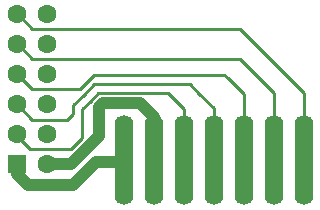
<source format=gbl>
G04 #@! TF.FileFunction,Copper,L2,Bot,Signal*
%FSLAX46Y46*%
G04 Gerber Fmt 4.6, Leading zero omitted, Abs format (unit mm)*
G04 Created by KiCad (PCBNEW 4.0.1-stable) date 15/01/2016 09:54:40*
%MOMM*%
G01*
G04 APERTURE LIST*
%ADD10C,0.100000*%
%ADD11O,1.600000X7.600000*%
%ADD12R,1.600000X1.500000*%
%ADD13C,1.600000*%
%ADD14C,1.000000*%
%ADD15C,0.400000*%
%ADD16C,0.250000*%
G04 APERTURE END LIST*
D10*
D11*
X10617500Y-13737000D03*
X13157500Y-13737000D03*
X15697500Y-13737000D03*
X18237500Y-13737000D03*
X20777500Y-13737000D03*
X23317500Y-13737000D03*
X25857500Y-13737000D03*
D12*
X1600000Y-14100000D03*
D13*
X4140000Y-14100000D03*
X1600000Y-11560000D03*
X4140000Y-11560000D03*
X1600000Y-9020000D03*
X4140000Y-9020000D03*
X1600000Y-6480000D03*
X4140000Y-6480000D03*
X1600000Y-3940000D03*
X4140000Y-3940000D03*
X1600000Y-1400000D03*
X4140000Y-1400000D03*
D14*
X10490500Y-13864000D02*
X8268000Y-13864000D01*
X1600000Y-14879500D02*
X2553000Y-15832500D01*
X2553000Y-15832500D02*
X6299500Y-15832500D01*
X6299500Y-15832500D02*
X8268000Y-13864000D01*
X1600000Y-14879500D02*
X1600000Y-14100000D01*
X10490500Y-13864000D02*
X10617500Y-13737000D01*
D15*
X10490500Y-13864000D02*
X10617500Y-13737000D01*
D14*
X8141000Y-12086000D02*
X8522000Y-11705000D01*
X4140000Y-14100000D02*
X6127000Y-14100000D01*
X6127000Y-14100000D02*
X8141000Y-12086000D01*
X8522000Y-9228500D02*
X8834998Y-8915502D01*
X8522000Y-11705000D02*
X8522000Y-9228500D01*
X13157500Y-13737000D02*
X13157500Y-10054000D01*
X13157500Y-10054000D02*
X12019002Y-8915502D01*
X12019002Y-8915502D02*
X8834998Y-8915502D01*
X8834998Y-8915502D02*
X12019002Y-8915502D01*
X12019002Y-8915502D02*
X12395500Y-9292000D01*
X12395500Y-9292000D02*
X12019002Y-8915502D01*
X12019002Y-8915502D02*
X8834998Y-8915502D01*
X8834998Y-8915502D02*
X12019002Y-8915502D01*
X13157500Y-10054000D02*
X12395500Y-9292000D01*
X12019002Y-8915502D02*
X12395500Y-9292000D01*
X8834998Y-8915502D02*
X12019002Y-8915502D01*
D16*
X12903500Y-13483000D02*
X13157500Y-13737000D01*
X7823500Y-8720500D02*
X8458500Y-8085500D01*
X14935500Y-8657000D02*
X15697500Y-9419000D01*
X15697500Y-9419000D02*
X15697500Y-13737000D01*
X14364000Y-8085500D02*
X14935500Y-8657000D01*
X8458500Y-8085500D02*
X14364000Y-8085500D01*
X1600000Y-11560000D02*
X1600000Y-11704500D01*
X1600000Y-11704500D02*
X2680000Y-12784500D01*
X7125000Y-9419000D02*
X7823500Y-8720500D01*
X7823500Y-8720500D02*
X7887000Y-8657000D01*
X7125000Y-11832000D02*
X7125000Y-9419000D01*
X6172500Y-12784500D02*
X7125000Y-11832000D01*
X2680000Y-12784500D02*
X6172500Y-12784500D01*
X1600000Y-11560000D02*
X1610000Y-11560000D01*
X7252000Y-8212500D02*
X8141000Y-7323500D01*
X17031000Y-8149000D02*
X18237500Y-9355500D01*
X18237500Y-9355500D02*
X18237500Y-13737000D01*
X16205500Y-7323500D02*
X17031000Y-8149000D01*
X8141000Y-7323500D02*
X16205500Y-7323500D01*
X5347000Y-10300000D02*
X5863000Y-10300000D01*
X6363000Y-9101500D02*
X7252000Y-8212500D01*
X7252000Y-8212500D02*
X7315500Y-8149000D01*
X6363000Y-9800000D02*
X6363000Y-9101500D01*
X5863000Y-10300000D02*
X6363000Y-9800000D01*
X1600000Y-9020000D02*
X1620000Y-9020000D01*
X1620000Y-9020000D02*
X2900000Y-10300000D01*
X2900000Y-10300000D02*
X5347000Y-10300000D01*
X5347000Y-10300000D02*
X5400000Y-10300000D01*
X20269500Y-7641000D02*
X19444000Y-6815500D01*
X20777500Y-13737000D02*
X20777500Y-8149000D01*
X20269500Y-7641000D02*
X20777500Y-8149000D01*
X19444000Y-6815500D02*
X19126500Y-6498000D01*
X19126500Y-6498000D02*
X19190000Y-6561500D01*
X19190000Y-6561500D02*
X19126500Y-6498000D01*
X19126500Y-6498000D02*
X8141000Y-6498000D01*
X6998000Y-7641000D02*
X8141000Y-6498000D01*
X6889000Y-7750000D02*
X6998000Y-7641000D01*
X6889000Y-7750000D02*
X5347000Y-7750000D01*
X1600000Y-6480000D02*
X1630000Y-6480000D01*
X1630000Y-6480000D02*
X2900000Y-7750000D01*
X2900000Y-7750000D02*
X5347000Y-7750000D01*
X5347000Y-7750000D02*
X5400000Y-7750000D01*
X5347000Y-5200000D02*
X20495500Y-5200000D01*
X23317500Y-8022000D02*
X23317500Y-13737000D01*
X20495500Y-5200000D02*
X23317500Y-8022000D01*
X1600000Y-3940000D02*
X1640000Y-3940000D01*
X1640000Y-3940000D02*
X2900000Y-5200000D01*
X2900000Y-5200000D02*
X5347000Y-5200000D01*
X5347000Y-5200000D02*
X5400000Y-5200000D01*
X5347000Y-2650000D02*
X20485500Y-2650000D01*
X25857500Y-8022000D02*
X25857500Y-13737000D01*
X20485500Y-2650000D02*
X25857500Y-8022000D01*
X1600000Y-1400000D02*
X1650000Y-1400000D01*
X1650000Y-1400000D02*
X2900000Y-2650000D01*
X2900000Y-2650000D02*
X5347000Y-2650000D01*
X5347000Y-2650000D02*
X5400000Y-2650000D01*
M02*

</source>
